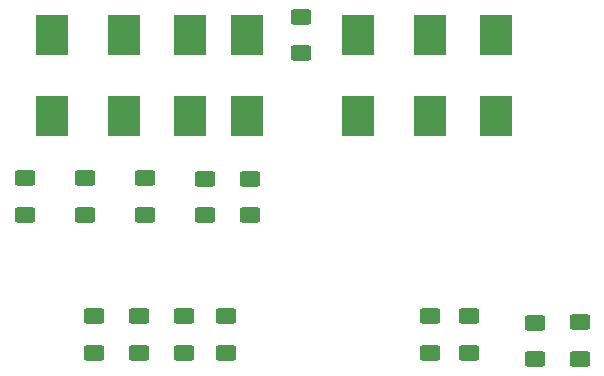
<source format=gbr>
%TF.GenerationSoftware,KiCad,Pcbnew,(6.0.4)*%
%TF.CreationDate,2022-04-25T14:52:29+02:00*%
%TF.ProjectId,BoostController,426f6f73-7443-46f6-9e74-726f6c6c6572,rev?*%
%TF.SameCoordinates,Original*%
%TF.FileFunction,Paste,Bot*%
%TF.FilePolarity,Positive*%
%FSLAX46Y46*%
G04 Gerber Fmt 4.6, Leading zero omitted, Abs format (unit mm)*
G04 Created by KiCad (PCBNEW (6.0.4)) date 2022-04-25 14:52:29*
%MOMM*%
%LPD*%
G01*
G04 APERTURE LIST*
G04 Aperture macros list*
%AMRoundRect*
0 Rectangle with rounded corners*
0 $1 Rounding radius*
0 $2 $3 $4 $5 $6 $7 $8 $9 X,Y pos of 4 corners*
0 Add a 4 corners polygon primitive as box body*
4,1,4,$2,$3,$4,$5,$6,$7,$8,$9,$2,$3,0*
0 Add four circle primitives for the rounded corners*
1,1,$1+$1,$2,$3*
1,1,$1+$1,$4,$5*
1,1,$1+$1,$6,$7*
1,1,$1+$1,$8,$9*
0 Add four rect primitives between the rounded corners*
20,1,$1+$1,$2,$3,$4,$5,0*
20,1,$1+$1,$4,$5,$6,$7,0*
20,1,$1+$1,$6,$7,$8,$9,0*
20,1,$1+$1,$8,$9,$2,$3,0*%
G04 Aperture macros list end*
%ADD10RoundRect,0.250000X-0.625000X0.400000X-0.625000X-0.400000X0.625000X-0.400000X0.625000X0.400000X0*%
%ADD11RoundRect,0.250000X0.625000X-0.400000X0.625000X0.400000X-0.625000X0.400000X-0.625000X-0.400000X0*%
%ADD12R,2.700000X3.500000*%
G04 APERTURE END LIST*
D10*
%TO.C,R20*%
X108966000Y-111500000D03*
X108966000Y-108400000D03*
%TD*%
D11*
%TO.C,R19*%
X112268000Y-111500000D03*
X112268000Y-108400000D03*
%TD*%
%TO.C,R18*%
X84836000Y-99848000D03*
X84836000Y-96748000D03*
%TD*%
%TO.C,R17*%
X80518000Y-111532000D03*
X80518000Y-108432000D03*
%TD*%
D10*
%TO.C,R16*%
X121666000Y-108908000D03*
X121666000Y-112008000D03*
%TD*%
D11*
%TO.C,R15*%
X117856000Y-112072000D03*
X117856000Y-108972000D03*
%TD*%
%TO.C,R14*%
X79756000Y-99848000D03*
X79756000Y-96748000D03*
%TD*%
D10*
%TO.C,R13*%
X74676000Y-96748000D03*
X74676000Y-99848000D03*
%TD*%
D11*
%TO.C,R12*%
X89916000Y-99880000D03*
X89916000Y-96780000D03*
%TD*%
%TO.C,R11*%
X84328000Y-111500000D03*
X84328000Y-108400000D03*
%TD*%
%TO.C,R10*%
X93726000Y-99880000D03*
X93726000Y-96780000D03*
%TD*%
%TO.C,R9*%
X91694000Y-111500000D03*
X91694000Y-108400000D03*
%TD*%
%TO.C,R8*%
X98044000Y-86164000D03*
X98044000Y-83064000D03*
%TD*%
%TO.C,R7*%
X88138000Y-111500000D03*
X88138000Y-108400000D03*
%TD*%
D12*
%TO.C,D11*%
X88646000Y-91440000D03*
X88646000Y-84640000D03*
%TD*%
%TO.C,D10*%
X114554000Y-91440000D03*
X114554000Y-84640000D03*
%TD*%
%TO.C,D9*%
X76962000Y-91440000D03*
X76962000Y-84640000D03*
%TD*%
%TO.C,D8*%
X83058000Y-91440000D03*
X83058000Y-84640000D03*
%TD*%
%TO.C,D6*%
X93472000Y-91440000D03*
X93472000Y-84640000D03*
%TD*%
%TO.C,D5*%
X102870000Y-91440000D03*
X102870000Y-84640000D03*
%TD*%
%TO.C,D12*%
X108966000Y-91440000D03*
X108966000Y-84640000D03*
%TD*%
M02*

</source>
